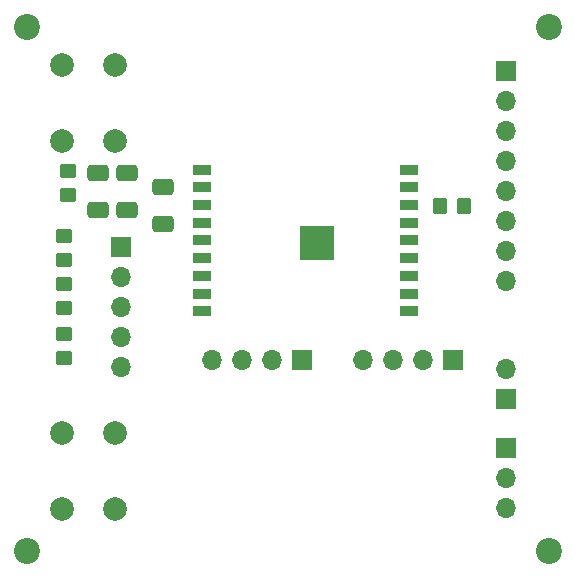
<source format=gbr>
%TF.GenerationSoftware,KiCad,Pcbnew,8.0.8*%
%TF.CreationDate,2025-04-21T18:24:13-04:00*%
%TF.ProjectId,ramen-v2,72616d65-6e2d-4763-922e-6b696361645f,rev?*%
%TF.SameCoordinates,Original*%
%TF.FileFunction,Soldermask,Top*%
%TF.FilePolarity,Negative*%
%FSLAX46Y46*%
G04 Gerber Fmt 4.6, Leading zero omitted, Abs format (unit mm)*
G04 Created by KiCad (PCBNEW 8.0.8) date 2025-04-21 18:24:13*
%MOMM*%
%LPD*%
G01*
G04 APERTURE LIST*
G04 Aperture macros list*
%AMRoundRect*
0 Rectangle with rounded corners*
0 $1 Rounding radius*
0 $2 $3 $4 $5 $6 $7 $8 $9 X,Y pos of 4 corners*
0 Add a 4 corners polygon primitive as box body*
4,1,4,$2,$3,$4,$5,$6,$7,$8,$9,$2,$3,0*
0 Add four circle primitives for the rounded corners*
1,1,$1+$1,$2,$3*
1,1,$1+$1,$4,$5*
1,1,$1+$1,$6,$7*
1,1,$1+$1,$8,$9*
0 Add four rect primitives between the rounded corners*
20,1,$1+$1,$2,$3,$4,$5,0*
20,1,$1+$1,$4,$5,$6,$7,0*
20,1,$1+$1,$6,$7,$8,$9,0*
20,1,$1+$1,$8,$9,$2,$3,0*%
G04 Aperture macros list end*
%ADD10C,2.200000*%
%ADD11C,2.000000*%
%ADD12RoundRect,0.250000X-0.650000X0.412500X-0.650000X-0.412500X0.650000X-0.412500X0.650000X0.412500X0*%
%ADD13R,1.700000X1.700000*%
%ADD14O,1.700000X1.700000*%
%ADD15RoundRect,0.250000X-0.450000X0.350000X-0.450000X-0.350000X0.450000X-0.350000X0.450000X0.350000X0*%
%ADD16RoundRect,0.250000X0.650000X-0.412500X0.650000X0.412500X-0.650000X0.412500X-0.650000X-0.412500X0*%
%ADD17R,1.500000X0.900000*%
%ADD18C,0.600000*%
%ADD19R,2.900000X2.900000*%
%ADD20RoundRect,0.250000X-0.350000X-0.450000X0.350000X-0.450000X0.350000X0.450000X-0.350000X0.450000X0*%
G04 APERTURE END LIST*
D10*
%TO.C,H1*%
X120500000Y-66300000D03*
%TD*%
D11*
%TO.C,SW1*%
X128000000Y-69500000D03*
X128000000Y-76000000D03*
X123500000Y-69500000D03*
X123500000Y-76000000D03*
%TD*%
D12*
%TO.C,C3*%
X126510000Y-78667500D03*
X126510000Y-81792500D03*
%TD*%
D10*
%TO.C,H4*%
X164700000Y-110700000D03*
%TD*%
%TO.C,H3*%
X120500000Y-110700000D03*
%TD*%
D13*
%TO.C,J2*%
X143800000Y-94500000D03*
D14*
X141260000Y-94500000D03*
X138720000Y-94500000D03*
X136180000Y-94500000D03*
%TD*%
D13*
%TO.C,J4*%
X161100000Y-97775000D03*
D14*
X161100000Y-95235000D03*
%TD*%
D15*
%TO.C,R2*%
X123700000Y-88100000D03*
X123700000Y-90100000D03*
%TD*%
D16*
%TO.C,C4*%
X132000000Y-83000000D03*
X132000000Y-79875000D03*
%TD*%
D15*
%TO.C,R3*%
X123700000Y-84000000D03*
X123700000Y-86000000D03*
%TD*%
D13*
%TO.C,J3*%
X156620000Y-94500000D03*
D14*
X154080000Y-94500000D03*
X151540000Y-94500000D03*
X149000000Y-94500000D03*
%TD*%
D13*
%TO.C,J7*%
X128500000Y-84960000D03*
D14*
X128500000Y-87500000D03*
X128500000Y-90040000D03*
X128500000Y-92580000D03*
X128500000Y-95120000D03*
%TD*%
D13*
%TO.C,J6*%
X161100000Y-101935000D03*
D14*
X161100000Y-104475000D03*
X161100000Y-107015000D03*
%TD*%
D13*
%TO.C,J5*%
X161100000Y-70040000D03*
D14*
X161100000Y-72580000D03*
X161100000Y-75120000D03*
X161100000Y-77660000D03*
X161100000Y-80200000D03*
X161100000Y-82740000D03*
X161100000Y-85280000D03*
X161100000Y-87820000D03*
%TD*%
D12*
%TO.C,C2*%
X129000000Y-78675000D03*
X129000000Y-81800000D03*
%TD*%
D15*
%TO.C,R4*%
X123700000Y-92300000D03*
X123700000Y-94300000D03*
%TD*%
D17*
%TO.C,U1*%
X135360000Y-78380000D03*
X135360000Y-79880000D03*
X135360000Y-81380000D03*
X135360000Y-82880000D03*
X135360000Y-84380000D03*
X135360000Y-85880000D03*
X135360000Y-87380000D03*
X135360000Y-88880000D03*
X135360000Y-90380000D03*
X152860000Y-90380000D03*
X152860000Y-88880000D03*
X152860000Y-87380000D03*
X152860000Y-85880000D03*
X152860000Y-84380000D03*
X152860000Y-82880000D03*
X152860000Y-81380000D03*
X152860000Y-79880000D03*
X152860000Y-78380000D03*
D18*
X143970000Y-84030000D03*
X143970000Y-85130000D03*
X144520000Y-83480000D03*
X144520000Y-84580000D03*
X144520000Y-85680000D03*
X145070000Y-84030000D03*
D19*
X145070000Y-84580000D03*
D18*
X145070000Y-85130000D03*
X145620000Y-83480000D03*
X145620000Y-84580000D03*
X145620000Y-85680000D03*
X146170000Y-84030000D03*
X146170000Y-85130000D03*
%TD*%
D15*
%TO.C,R1*%
X124000000Y-78500000D03*
X124000000Y-80500000D03*
%TD*%
D20*
%TO.C,R6*%
X155500000Y-81500000D03*
X157500000Y-81500000D03*
%TD*%
D11*
%TO.C,SW2*%
X123450000Y-107150000D03*
X123450000Y-100650000D03*
X127950000Y-107150000D03*
X127950000Y-100650000D03*
%TD*%
D10*
%TO.C,H2*%
X164700000Y-66300000D03*
%TD*%
M02*

</source>
